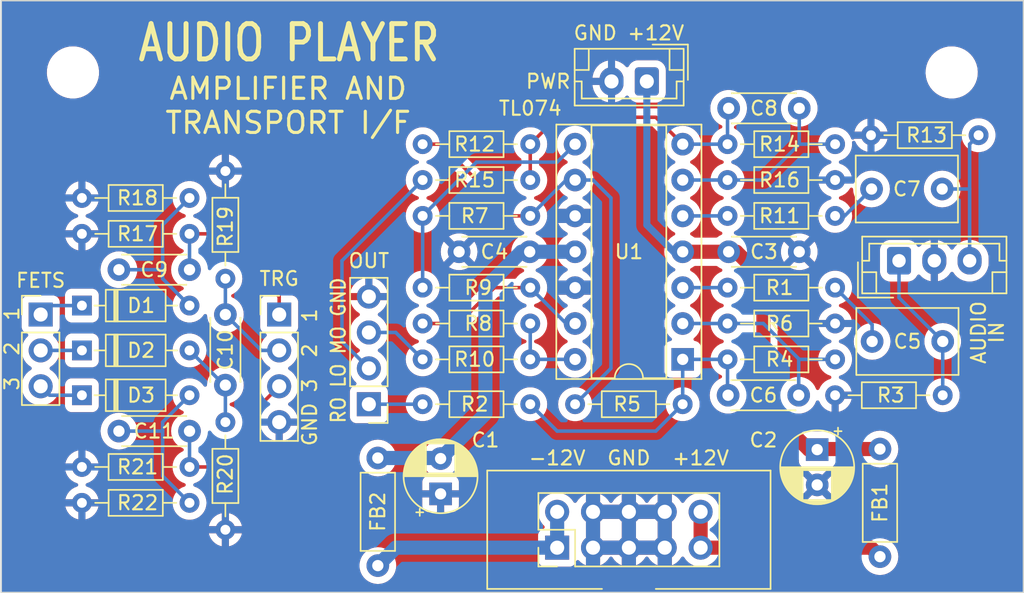
<source format=kicad_pcb>
(kicad_pcb (version 20221018) (generator pcbnew)
  (layers (0 "F.Cu" signal) (31 "B.Cu" signal) (34 "B.Paste" user) (35 "F.Paste" user) (36 "B.SilkS" user "B.Silkscreen") (37 "F.SilkS" user "F.Silkscreen") (38 "B.Mask" user) (39 "F.Mask" user) (44 "Edge.Cuts" user))
  (net 0 "")
  (net 1 "GND")
  (net 2 "-12V")
  (net 3 "+12V")
  (net 4 "R_IN")
  (net 5 "Net-(C5-Pad2)")
  (net 6 "Net-(U1A--)")
  (net 7 "Net-(C6-Pad2)")
  (net 8 "L_IN")
  (net 9 "Net-(C7-Pad2)")
  (net 10 "Net-(U1B--)")
  (net 11 "Net-(C8-Pad2)")
  (net 12 "Net-(J4-Pin_1)")
  (net 13 "Net-(D1-A)")
  (net 14 "Net-(J4-Pin_2)")
  (net 15 "Net-(D2-A)")
  (net 16 "Net-(J4-Pin_3)")
  (net 17 "Net-(D3-A)")
  (net 18 "Net-(D1-K)")
  (net 19 "Net-(D2-K)")
  (net 20 "Net-(D3-K)")
  (net 21 "Net-(J1-Pin_10)")
  (net 22 "Net-(J1-Pin_1)")
  (net 23 "R_OUT")
  (net 24 "L_OUT")
  (net 25 "MONO")
  (net 26 "Net-(U1A-+)")
  (net 27 "Net-(U1C--)")
  (net 28 "Net-(R7-Pad1)")
  (net 29 "Net-(R10-Pad2)")
  (net 30 "Net-(U1D--)")
  (net 31 "Net-(U1B-+)")
  (footprint "CGE_footprints:R_Axial_DIN0204_L3.6mm_D1.6mm_P7.62mm_Horizontal" (layer "F.Cu") (at 191.135 83.82)
    (fp_text reference "R1" (at 3.683 0) (layer "F.SilkS"))
    (fp_text value "27k")
    (pad "1" thru_hole circle (at 0 0) (size 1.4 1.4) (drill 0.7) (layers "*.Cu" "*.Mask") (net 26 "Net-(U1A-+)"))
    (pad "2" thru_hole oval (at 7.62 0) (size 1.4 1.4) (drill 0.7) (layers "*.Cu" "*.Mask") (net 5 "Net-(C5-Pad2)"))
  )
  (footprint "Inductor_THT:L_Axial_L5.3mm_D2.2mm_P7.62mm_Horizontal_Vishay_IM-1" (layer "F.Cu") (at 166.37 95.885 -90)
    (fp_text reference "FB2" (at 3.81 0 90) (layer "F.SilkS"))
    (fp_text value "FB")
    (pad "1" thru_hole circle (at 0 0 270) (size 1.6 1.6) (drill 0.8) (layers "*.Cu" "*.Mask") (net 2 "-12V"))
    (pad "2" thru_hole oval (at 7.62 0 270) (size 1.6 1.6) (drill 0.8) (layers "*.Cu" "*.Mask") (net 22 "Net-(J1-Pin_1)"))
  )
  (footprint "CGE_footprints:C_Disc_D4.3mm_W1.9mm_P5.00mm" (layer "F.Cu") (at 196.215 71.12 180)
    (fp_text reference "C8" (at 2.5 0) (layer "F.SilkS"))
    (fp_text value "12p")
    (pad "1" thru_hole circle (at 0 0 180) (size 1.6 1.6) (drill 0.8) (layers "*.Cu" "*.Mask") (net 10 "Net-(U1B--)"))
    (pad "2" thru_hole circle (at 5 0 180) (size 1.6 1.6) (drill 0.8) (layers "*.Cu" "*.Mask") (net 11 "Net-(C8-Pad2)"))
  )
  (footprint "CGE_footprints:Power_2x05" (layer "F.Cu") (at 189.23 99.695 -90)
    (fp_text reference "J1" hide)
    (fp_text value "POWER")
    (fp_text user "GND" (at -3.81 5.08 unlocked) (layer "F.SilkS"))
    (fp_text user "+12V" (at -3.81 0 unlocked) (layer "F.SilkS"))
    (fp_text user "-12V" (at -3.81 10.16 unlocked) (layer "F.SilkS"))
    (pad "1" thru_hole rect (at 2.54 10.16 90) (size 1.7 1.7) (drill 1) (layers "*.Cu" "*.Mask") (net 22 "Net-(J1-Pin_1)"))
    (pad "2" thru_hole oval (at 0 10.16 90) (size 1.7 1.7) (drill 1) (layers "*.Cu" "*.Mask") (net 22 "Net-(J1-Pin_1)"))
    (pad "3" thru_hole oval (at 2.54 7.62 90) (size 1.7 1.7) (drill 1) (layers "*.Cu" "*.Mask") (net 1 "GND") (thermal_bridge_width 1))
    (pad "4" thru_hole oval (at 0 7.62 90) (size 1.7 1.7) (drill 1) (layers "*.Cu" "*.Mask") (net 1 "GND") (thermal_bridge_width 1))
    (pad "5" thru_hole oval (at 2.54 5.08 90) (size 1.7 1.7) (drill 1) (layers "*.Cu" "*.Mask") (net 1 "GND") (thermal_bridge_width 1))
    (pad "6" thru_hole oval (at 0 5.08 90) (size 1.7 1.7) (drill 1) (layers "*.Cu" "*.Mask") (net 1 "GND") (thermal_bridge_width 1))
    (pad "7" thru_hole oval (at 2.54 2.54 90) (size 1.7 1.7) (drill 1) (layers "*.Cu" "*.Mask") (net 1 "GND") (thermal_bridge_width 1))
    (pad "8" thru_hole oval (at 0 2.54 90) (size 1.7 1.7) (drill 1) (layers "*.Cu" "*.Mask") (net 1 "GND") (thermal_bridge_width 1))
    (pad "9" thru_hole oval (at 2.54 0 90) (size 1.7 1.7) (drill 1) (layers "*.Cu" "*.Mask") (net 21 "Net-(J1-Pin_10)"))
    (pad "10" thru_hole oval (at 0 0 90) (size 1.7 1.7) (drill 1) (layers "*.Cu" "*.Mask") (net 21 "Net-(J1-Pin_10)"))
  )
  (footprint "Capacitor_THT:CP_Radial_D5.0mm_P2.50mm" (layer "F.Cu") (at 170.815 98.425 90)
    (fp_text reference "C1" (at 3.81 3.175 180) (layer "F.SilkS"))
    (fp_text value "10u")
    (pad "1" thru_hole rect (at 0 0 90) (size 1.6 1.6) (drill 0.8) (layers "*.Cu" "*.Mask") (net 1 "GND"))
    (pad "2" thru_hole circle (at 2.5 0 90) (size 1.6 1.6) (drill 0.8) (layers "*.Cu" "*.Mask") (net 2 "-12V"))
  )
  (footprint "Connector_PinHeader_2.54mm:PinHeader_1x04_P2.54mm_Vertical" (layer "F.Cu") (at 159.385 85.725)
    (fp_text reference "J4" hide)
    (fp_text value "TRG_IN")
    (fp_text user "TRG" (at 0 -2.54 unlocked) (layer "F.SilkS"))
    (fp_text user "GND 3  2  1" (at 2.159 4.445 90 unlocked) (layer "F.SilkS"))
    (pad "1" thru_hole rect (at 0 0) (size 1.7 1.7) (drill 1) (layers "*.Cu" "*.Mask") (net 12 "Net-(J4-Pin_1)"))
    (pad "2" thru_hole oval (at 0 2.54) (size 1.7 1.7) (drill 1) (layers "*.Cu" "*.Mask") (net 14 "Net-(J4-Pin_2)"))
    (pad "3" thru_hole oval (at 0 5.08) (size 1.7 1.7) (drill 1) (layers "*.Cu" "*.Mask") (net 16 "Net-(J4-Pin_3)"))
    (pad "4" thru_hole oval (at 0 7.62) (size 1.7 1.7) (drill 1) (layers "*.Cu" "*.Mask") (net 1 "GND"))
  )
  (footprint "CGE_footprints:R_Axial_DIN0204_L3.6mm_D1.6mm_P7.62mm_Horizontal" (layer "F.Cu") (at 169.545 78.74)
    (fp_text reference "R7" (at 3.683 0) (layer "F.SilkS"))
    (fp_text value "75k")
    (pad "1" thru_hole circle (at 0 0) (size 1.4 1.4) (drill 0.7) (layers "*.Cu" "*.Mask") (net 28 "Net-(R7-Pad1)"))
    (pad "2" thru_hole oval (at 7.62 0) (size 1.4 1.4) (drill 0.7) (layers "*.Cu" "*.Mask") (net 27 "Net-(U1C--)"))
  )
  (footprint "Package_DIP:DIP-14_W7.62mm_Socket" (layer "F.Cu") (at 187.96 88.9 180)
    (fp_text reference "U1" (at 3.81 7.62) (layer "F.SilkS"))
    (fp_text value "TL074")
    (fp_text user "TL074" (at 10.795 17.78 unlocked) (layer "F.SilkS"))
    (pad "1" thru_hole rect (at 0 0 180) (size 1.6 1.6) (drill 0.8) (layers "*.Cu" "*.Mask") (net 7 "Net-(C6-Pad2)"))
    (pad "2" thru_hole oval (at 0 2.54 180) (size 1.6 1.6) (drill 0.8) (layers "*.Cu" "*.Mask") (net 6 "Net-(U1A--)"))
    (pad "3" thru_hole oval (at 0 5.08 180) (size 1.6 1.6) (drill 0.8) (layers "*.Cu" "*.Mask") (net 26 "Net-(U1A-+)"))
    (pad "4" thru_hole oval (at 0 7.62 180) (size 1.6 1.6) (drill 0.8) (layers "*.Cu" "*.Mask") (net 3 "+12V"))
    (pad "5" thru_hole oval (at 0 10.16 180) (size 1.6 1.6) (drill 0.8) (layers "*.Cu" "*.Mask") (net 31 "Net-(U1B-+)"))
    (pad "6" thru_hole oval (at 0 12.7 180) (size 1.6 1.6) (drill 0.8) (layers "*.Cu" "*.Mask") (net 10 "Net-(U1B--)"))
    (pad "7" thru_hole oval (at 0 15.24 180) (size 1.6 1.6) (drill 0.8) (layers "*.Cu" "*.Mask") (net 11 "Net-(C8-Pad2)"))
    (pad "8" thru_hole oval (at 7.62 15.24 180) (size 1.6 1.6) (drill 0.8) (layers "*.Cu" "*.Mask") (net 28 "Net-(R7-Pad1)"))
    (pad "9" thru_hole oval (at 7.62 12.7 180) (size 1.6 1.6) (drill 0.8) (layers "*.Cu" "*.Mask") (net 27 "Net-(U1C--)"))
    (pad "10" thru_hole oval (at 7.62 10.16 180) (size 1.6 1.6) (drill 0.8) (layers "*.Cu" "*.Mask") (net 1 "GND") (thermal_bridge_width 1))
    (pad "11" thru_hole oval (at 7.62 7.62 180) (size 1.6 1.6) (drill 0.8) (layers "*.Cu" "*.Mask") (net 2 "-12V"))
    (pad "12" thru_hole oval (at 7.62 5.08 180) (size 1.6 1.6) (drill 0.8) (layers "*.Cu" "*.Mask") (net 1 "GND") (thermal_bridge_width 1))
    (pad "13" thru_hole oval (at 7.62 2.54 180) (size 1.6 1.6) (drill 0.8) (layers "*.Cu" "*.Mask") (net 30 "Net-(U1D--)"))
    (pad "14" thru_hole oval (at 7.62 0 180) (size 1.6 1.6) (drill 0.8) (layers "*.Cu" "*.Mask") (net 29 "Net-(R10-Pad2)"))
  )
  (footprint "CGE_footprints:D_DO-35_SOD27_P7.62mm_Horizontal" (layer "F.Cu") (at 145.415 85.09)
    (fp_text reference "D1" (at 4.191 0) (layer "F.SilkS"))
    (fp_text value "BAT43")
    (pad "1" thru_hole rect (at 0 0) (size 1.4 1.4) (drill 0.7) (layers "*.Cu" "*.Mask") (net 18 "Net-(D1-K)"))
    (pad "2" thru_hole circle (at 7.62 0) (size 1.4 1.4) (drill 0.7) (layers "*.Cu" "*.Mask") (net 13 "Net-(D1-A)"))
  )
  (footprint "CGE_footprints:R_Axial_DIN0204_L3.6mm_D1.6mm_P7.62mm_Horizontal" (layer "F.Cu") (at 191.135 73.66)
    (fp_text reference "R14" (at 3.683 0) (layer "F.SilkS"))
    (fp_text value "100k")
    (pad "1" thru_hole circle (at 0 0) (size 1.4 1.4) (drill 0.7) (layers "*.Cu" "*.Mask") (net 11 "Net-(C8-Pad2)"))
    (pad "2" thru_hole oval (at 7.62 0) (size 1.4 1.4) (drill 0.7) (layers "*.Cu" "*.Mask") (net 10 "Net-(U1B--)"))
  )
  (footprint "CGE_footprints:C_Disc_D4.3mm_W1.9mm_P5.00mm" (layer "F.Cu") (at 155.575 85.725 -90)
    (fp_text reference "C10" (at 2.5 0 90) (layer "F.SilkS"))
    (fp_text value "470n")
    (pad "1" thru_hole circle (at 0 0 270) (size 1.6 1.6) (drill 0.8) (layers "*.Cu" "*.Mask") (net 14 "Net-(J4-Pin_2)"))
    (pad "2" thru_hole circle (at 5 0 270) (size 1.6 1.6) (drill 0.8) (layers "*.Cu" "*.Mask") (net 15 "Net-(D2-A)"))
  )
  (footprint "CGE_footprints:R_Axial_DIN0204_L3.6mm_D1.6mm_P7.62mm_Horizontal" (layer "F.Cu") (at 191.135 76.2)
    (fp_text reference "R16" (at 3.683 0) (layer "F.SilkS"))
    (fp_text value "7k5")
    (pad "1" thru_hole circle (at 0 0) (size 1.4 1.4) (drill 0.7) (layers "*.Cu" "*.Mask") (net 10 "Net-(U1B--)"))
    (pad "2" thru_hole oval (at 7.62 0) (size 1.4 1.4) (drill 0.7) (layers "*.Cu" "*.Mask") (net 1 "GND"))
  )
  (footprint "Capacitor_THT:C_Rect_L7.0mm_W4.5mm_P5.00mm" (layer "F.Cu") (at 206.335 76.835 180)
    (fp_text reference "C7" (at 2.5 0) (layer "F.SilkS"))
    (fp_text value "1u")
    (pad "1" thru_hole circle (at 0 0 180) (size 1.6 1.6) (drill 0.8) (layers "*.Cu" "*.Mask") (net 8 "L_IN"))
    (pad "2" thru_hole circle (at 5 0 180) (size 1.6 1.6) (drill 0.8) (layers "*.Cu" "*.Mask") (net 9 "Net-(C7-Pad2)"))
  )
  (footprint "Capacitor_THT:CP_Radial_D5.0mm_P2.50mm" (layer "F.Cu") (at 197.485 95.29 -90)
    (fp_text reference "C2" (at -0.675 3.81 -180) (layer "F.SilkS"))
    (fp_text value "10u")
    (pad "1" thru_hole rect (at 0 0 270) (size 1.6 1.6) (drill 0.8) (layers "*.Cu" "*.Mask") (net 3 "+12V"))
    (pad "2" thru_hole circle (at 2.5 0 270) (size 1.6 1.6) (drill 0.8) (layers "*.Cu" "*.Mask") (net 1 "GND"))
  )
  (footprint "CGE_footprints:R_Axial_DIN0204_L3.6mm_D1.6mm_P7.62mm_Horizontal" (layer "F.Cu") (at 206.375 91.44 180)
    (fp_text reference "R3" (at 3.683 0) (layer "F.SilkS"))
    (fp_text value "22k")
    (pad "1" thru_hole circle (at 0 0 180) (size 1.4 1.4) (drill 0.7) (layers "*.Cu" "*.Mask") (net 4 "R_IN"))
    (pad "2" thru_hole oval (at 7.62 0 180) (size 1.4 1.4) (drill 0.7) (layers "*.Cu" "*.Mask") (net 1 "GND"))
  )
  (footprint "Capacitor_THT:C_Rect_L7.0mm_W4.5mm_P5.00mm" (layer "F.Cu") (at 206.375 87.63 180)
    (fp_text reference "C5" (at 2.5 0) (layer "F.SilkS"))
    (fp_text value "1u")
    (pad "1" thru_hole circle (at 0 0 180) (size 1.6 1.6) (drill 0.8) (layers "*.Cu" "*.Mask") (net 4 "R_IN"))
    (pad "2" thru_hole circle (at 5 0 180) (size 1.6 1.6) (drill 0.8) (layers "*.Cu" "*.Mask") (net 5 "Net-(C5-Pad2)"))
  )
  (footprint "CGE_footprints:R_Axial_DIN0204_L3.6mm_D1.6mm_P7.62mm_Horizontal" (layer "F.Cu") (at 177.165 86.36 180)
    (fp_text reference "R8" (at 3.683 0) (layer "F.SilkS"))
    (fp_text value "100k")
    (pad "1" thru_hole circle (at 0 0 180) (size 1.4 1.4) (drill 0.7) (layers "*.Cu" "*.Mask") (net 29 "Net-(R10-Pad2)"))
    (pad "2" thru_hole oval (at 7.62 0 180) (size 1.4 1.4) (drill 0.7) (layers "*.Cu" "*.Mask") (net 30 "Net-(U1D--)"))
  )
  (footprint "CGE_footprints:R_Axial_DIN0204_L3.6mm_D1.6mm_P7.62mm_Horizontal" (layer "F.Cu") (at 155.575 83.185 90)
    (fp_text reference "R19" (at 3.683 0 90) (layer "F.SilkS"))
    (fp_text value "100k")
    (pad "1" thru_hole circle (at 0 0 90) (size 1.4 1.4) (drill 0.7) (layers "*.Cu" "*.Mask") (net 14 "Net-(J4-Pin_2)"))
    (pad "2" thru_hole oval (at 7.62 0 90) (size 1.4 1.4) (drill 0.7) (layers "*.Cu" "*.Mask") (net 1 "GND"))
  )
  (footprint "CGE_footprints:C_Disc_D4.3mm_W1.9mm_P5.00mm" (layer "F.Cu") (at 172.125 81.28)
    (fp_text reference "C4" (at 2.5 0) (layer "F.SilkS"))
    (fp_text value "100n")
    (pad "1" thru_hole circle (at 0 0) (size 1.6 1.6) (drill 0.8) (layers "*.Cu" "*.Mask") (net 1 "GND"))
    (pad "2" thru_hole circle (at 5 0) (size 1.6 1.6) (drill 0.8) (layers "*.Cu" "*.Mask") (net 2 "-12V"))
  )
  (footprint "Connector_JST:JST_EH_B3B-EH-A_1x03_P2.50mm_Vertical" (layer "F.Cu") (at 203.28 81.915)
    (fp_text reference "J2" hide)
    (fp_text value "IN")
    (fp_text user "IN" (at 6.905 5.08 90 unlocked) (layer "F.SilkS"))
    (fp_text user "AUDIO" (at 5.635 5.08 90 unlocked) (layer "F.SilkS"))
    (pad "1" thru_hole roundrect (at 0 0) (size 1.7 1.95) (drill 0.95) (layers "*.Cu" "*.Mask") (roundrect_rratio 0.147059) (net 4 "R_IN"))
    (pad "2" thru_hole oval (at 2.5 0) (size 1.7 1.95) (drill 0.95) (layers "*.Cu" "*.Mask") (net 1 "GND"))
    (pad "3" thru_hole oval (at 5 0) (size 1.7 1.95) (drill 0.95) (layers "*.Cu" "*.Mask") (net 8 "L_IN"))
  )
  (footprint "CGE_footprints:R_Axial_DIN0204_L3.6mm_D1.6mm_P7.62mm_Horizontal" (layer "F.Cu") (at 191.135 86.36)
    (fp_text reference "R6" (at 3.683 0) (layer "F.SilkS"))
    (fp_text value "7k5")
    (pad "1" thru_hole circle (at 0 0) (size 1.4 1.4) (drill 0.7) (layers "*.Cu" "*.Mask") (net 6 "Net-(U1A--)"))
    (pad "2" thru_hole oval (at 7.62 0) (size 1.4 1.4) (drill 0.7) (layers "*.Cu" "*.Mask") (net 1 "GND"))
  )
  (footprint "MountingHole:MountingHole_3.2mm_M3" (layer "F.Cu") (at 144.78 68.58)
    (fp_text reference "REF**" hide)
    (fp_text value "3.2mm")
    (pad "" np_thru_hole circle (at 0 0) (size 3.2 3.2) (drill 3.2) (layers "*.Cu" "*.Mask"))
  )
  (footprint "CGE_footprints:C_Disc_D4.3mm_W1.9mm_P5.00mm" (layer "F.Cu") (at 196.175 91.44 180)
    (fp_text reference "C6" (at 2.5 0) (layer "F.SilkS"))
    (fp_text value "12p")
    (pad "1" thru_hole circle (at 0 0 180) (size 1.6 1.6) (drill 0.8) (layers "*.Cu" "*.Mask") (net 6 "Net-(U1A--)"))
    (pad "2" thru_hole circle (at 5 0 180) (size 1.6 1.6) (drill 0.8) (layers "*.Cu" "*.Mask") (net 7 "Net-(C6-Pad2)"))
  )
  (footprint "CGE_footprints:R_Axial_DIN0204_L3.6mm_D1.6mm_P7.62mm_Horizontal" (layer "F.Cu") (at 177.165 83.82 180)
    (fp_text reference "R9" (at 3.683 0) (layer "F.SilkS"))
    (fp_text value "100k")
    (pad "1" thru_hole circle (at 0 0 180) (size 1.4 1.4) (drill 0.7) (layers "*.Cu" "*.Mask") (net 30 "Net-(U1D--)"))
    (pad "2" thru_hole oval (at 7.62 0 180) (size 1.4 1.4) (drill 0.7) (layers "*.Cu" "*.Mask") (net 28 "Net-(R7-Pad1)"))
  )
  (footprint "CGE_footprints:D_DO-35_SOD27_P7.62mm_Horizontal" (layer "F.Cu") (at 145.415 88.265)
    (fp_text reference "D2" (at 4.191 0) (layer "F.SilkS"))
    (fp_text value "BAT43")
    (pad "1" thru_hole rect (at 0 0) (size 1.4 1.4) (drill 0.7) (layers "*.Cu" "*.Mask") (net 19 "Net-(D2-K)"))
    (pad "2" thru_hole circle (at 7.62 0) (size 1.4 1.4) (drill 0.7) (layers "*.Cu" "*.Mask") (net 15 "Net-(D2-A)"))
  )
  (footprint "CGE_footprints:R_Axial_DIN0204_L3.6mm_D1.6mm_P7.62mm_Horizontal" (layer "F.Cu") (at 153.035 99.06 180)
    (fp_text reference "R22" (at 3.683 0) (layer "F.SilkS"))
    (fp_text value "180k")
    (pad "1" thru_hole circle (at 0 0 180) (size 1.4 1.4) (drill 0.7) (layers "*.Cu" "*.Mask") (net 17 "Net-(D3-A)"))
    (pad "2" thru_hole oval (at 7.62 0 180) (size 1.4 1.4) (drill 0.7) (layers "*.Cu" "*.Mask") (net 1 "GND"))
  )
  (footprint "CGE_footprints:D_DO-35_SOD27_P7.62mm_Horizontal" (layer "F.Cu") (at 145.415 91.44)
    (fp_text reference "D3" (at 4.191 0) (layer "F.SilkS"))
    (fp_text value "BAT43")
    (pad "1" thru_hole rect (at 0 0) (size 1.4 1.4) (drill 0.7) (layers "*.Cu" "*.Mask") (net 20 "Net-(D3-K)"))
    (pad "2" thru_hole circle (at 7.62 0) (size 1.4 1.4) (drill 0.7) (layers "*.Cu" "*.Mask") (net 17 "Net-(D3-A)"))
  )
  (footprint "Connector_JST:JST_EH_B2B-EH-A_1x02_P2.50mm_Vertical" (layer "F.Cu") (at 185.42 69.215 180)
    (fp_text reference "J6" hide)
    (fp_text value "PWR")
    (fp_text user "GND +12V" (at 1.27 3.429 unlocked) (layer "F.SilkS"))
    (fp_text user "PWR" (at 6.985 0 unlocked) (layer "F.SilkS"))
    (pad "1" thru_hole roundrect (at 0 0 180) (size 1.7 2) (drill 1) (layers "*.Cu" "*.Mask") (roundrect_rratio 0.147059) (net 3 "+12V"))
    (pad "2" thru_hole oval (at 2.5 0 180) (size 1.7 2) (drill 1) (layers "*.Cu" "*.Mask") (net 1 "GND"))
  )
  (footprint "CGE_footprints:C_Disc_D4.3mm_W1.9mm_P5.00mm" (layer "F.Cu") (at 196.215 81.28 180)
    (fp_text reference "C3" (at 2.5 0) (layer "F.SilkS"))
    (fp_text value "100n")
    (pad "1" thru_hole circle (at 0 0 180) (size 1.6 1.6) (drill 0.8) (layers "*.Cu" "*.Mask") (net 1 "GND"))
    (pad "2" thru_hole circle (at 5 0 180) (size 1.6 1.6) (drill 0.8) (layers "*.Cu" "*.Mask") (net 3 "+12V"))
  )
  (footprint "CGE_footprints:R_Axial_DIN0204_L3.6mm_D1.6mm_P7.62mm_Horizontal" (layer "F.Cu") (at 155.575 93.345 -90)
    (fp_text reference "R20" (at 3.683 0 90) (layer "F.SilkS"))
    (fp_text value "180k")
    (pad "1" thru_hole circle (at 0 0 270) (size 1.4 1.4) (drill 0.7) (layers "*.Cu" "*.Mask") (net 15 "Net-(D2-A)"))
    (pad "2" thru_hole oval (at 7.62 0 270) (size 1.4 1.4) (drill 0.7) (layers "*.Cu" "*.Mask") (net 1 "GND"))
  )
  (footprint "CGE_footprints:R_Axial_DIN0204_L3.6mm_D1.6mm_P7.62mm_Horizontal" (layer "F.Cu") (at 169.545 92.075)
    (fp_text reference "R2" (at 3.683 0) (layer "F.SilkS"))
    (fp_text value "1k")
    (pad "1" thru_hole circle (at 0 0) (size 1.4 1.4) (drill 0.7) (layers "*.Cu" "*.Mask") (net 23 "R_OUT"))
    (pad "2" thru_hole oval (at 7.62 0) (size 1.4 1.4) (drill 0.7) (layers "*.Cu" "*.Mask") (net 7 "Net-(C6-Pad2)"))
  )
  (footprint "Connector_PinHeader_2.54mm:PinHeader_1x04_P2.54mm_Vertical" (layer "F.Cu") (at 165.735 92.075 180)
    (fp_text reference "J3" hide)
    (fp_text value "OUT")
    (fp_text user "RO LO MO GND" (at 2.159 3.81 90 unlocked) (layer "F.SilkS") (effects (font (size 1 0.9))))
    (fp_text user "OUT" (at 0 10.16 unlocked) (layer "F.SilkS"))
    (pad "1" thru_hole rect (at 0 0 180) (size 1.7 1.7) (drill 1) (layers "*.Cu" "*.Mask") (net 23 "R_OUT"))
    (pad "2" thru_hole oval (at 0 2.54 180) (size 1.7 1.7) (drill 1) (layers "*.Cu" "*.Mask") (net 24 "L_OUT"))
    (pad "3" thru_hole oval (at 0 5.08 180) (size 1.7 1.7) (drill 1) (layers "*.Cu" "*.Mask") (net 25 "MONO"))
    (pad "4" thru_hole oval (at 0 7.62 180) (size 1.7 1.7) (drill 1) (layers "*.Cu" "*.Mask") (net 1 "GND"))
  )
  (footprint "CGE_footprints:R_Axial_DIN0204_L3.6mm_D1.6mm_P7.62mm_Horizontal" (layer "F.Cu") (at 169.545 88.9)
    (fp_text reference "R10" (at 3.683 0) (layer "F.SilkS"))
    (fp_text value "1k")
    (pad "1" thru_hole circle (at 0 0) (size 1.4 1.4) (drill 0.7) (layers "*.Cu" "*.Mask") (net 25 "MONO"))
    (pad "2" thru_hole oval (at 7.62 0) (size 1.4 1.4) (drill 0.7) (layers "*.Cu" "*.Mask") (net 29 "Net-(R10-Pad2)"))
  )
  (footprint "Inductor_THT:L_Axial_L5.3mm_D2.2mm_P7.62mm_Horizontal_Vishay_IM-1" (layer "F.Cu") (at 201.93 95.25 -90)
    (fp_text reference "FB1" (at 3.81 0 90) (layer "F.SilkS"))
    (fp_text value "FB")
    (pad "1" thru_hole circle (at 0 0 270) (size 1.6 1.6) (drill 0.8) (layers "*.Cu" "*.Mask") (net 3 "+12V"))
    (pad "2" thru_hole oval (at 7.62 0 270) (size 1.6 1.6) (drill 0.8) (layers "*.Cu" "*.Mask") (net 21 "Net-(J1-Pin_10)"))
  )
  (footprint "CGE_footprints:C_Disc_D4.3mm_W1.9mm_P5.00mm" (layer "F.Cu") (at 153.035 82.55 180)
    (fp_text reference "C9" (at 2.5 0) (layer "F.SilkS"))
    (fp_text value "470n")
    (pad "1" thru_hole circle (at 0 0 180) (size 1.6 1.6) (drill 0.8) (layers "*.Cu" "*.Mask") (net 12 "Net-(J4-Pin_1)"))
    (pad "2" thru_hole circle (at 5 0 180) (size 1.6 1.6) (drill 0.8) (layers "*.Cu" "*.Mask") (net 13 "Net-(D1-A)"))
  )
  (footprint "CGE_footprints:R_Axial_DIN0204_L3.6mm_D1.6mm_P7.62mm_Horizontal" (layer "F.Cu") (at 191.135 78.74)
    (fp_text reference "R11" (at 3.683 0) (layer "F.SilkS"))
    (fp_text value "27k")
    (pad "1" thru_hole circle (at 0 0) (size 1.4 1.4) (drill 0.7) (layers "*.Cu" "*.Mask") (net 31 "Net-(U1B-+)"))
    (pad "2" thru_hole oval (at 7.62 0) (size 1.4 1.4) (drill 0.7) (layers "*.Cu" "*.Mask") (net 9 "Net-(C7-Pad2)"))
  )
  (footprint "CGE_footprints:R_Axial_DIN0204_L3.6mm_D1.6mm_P7.62mm_Horizontal" (layer "F.Cu") (at 208.915 73.025 180)
    (fp_text reference "R13" (at 3.683 0) (layer "F.SilkS"))
    (fp_text value "22k")
    (pad "1" thru_hole circle (at 0 0 180) (size 1.4 1.4) (drill 0.7) (layers "*.Cu" "*.Mask") (net 8 "L_IN"))
    (pad "2" thru_hole oval (at 7.62 0 180) (size 1.4 1.4) (drill 0.7) (layers "*.Cu" "*.Mask") (net 1 "GND"))
  )
  (footprint "MountingHole:MountingHole_3.2mm_M3" (layer "F.Cu") (at 207.01 68.58)
    (fp_text reference "REF**" hide)
    (fp_text value "3.2mm")
    (pad "" np_thru_hole circle (at 0 0) (size 3.2 3.2) (drill 3.2) (layers "*.Cu" "*.Mask"))
  )
  (footprint "Connector_PinHeader_2.54mm:PinHeader_1x03_P2.54mm_Vertical" (layer "F.Cu") (at 142.494 85.725)
    (fp_text reference "J5" hide)
    (fp_text value "FET_GATES")
    (fp_text user "FETS" (at 0 -2.413 unlocked) (layer "F.SilkS"))
    (fp_text user "3  2  1" (at -2.032 2.413 90 unlocked) (layer "F.SilkS"))
    (pad "1" thru_hole rect (at 0 0) (size 1.7 1.7) (drill 1) (layers "*.Cu" "*.Mask") (net 18 "Net-(D1-K)"))
    (pad "2" thru_hole oval (at 0 2.54) (size 1.7 1.7) (drill 1) (layers "*.Cu" "*.Mask") (net 19 "Net-(D2-K)"))
    (pad "3" thru_hole oval (at 0 5.08) (size 1.7 1.7) (drill 1) (layers "*.Cu" "*.Mask") (net 20 "Net-(D3-K)"))
  )
  (footprint "CGE_footprints:R_Axial_DIN0204_L3.6mm_D1.6mm_P7.62mm_Horizontal" (layer "F.Cu") (at 153.035 77.47 180)
    (fp_text reference "R18" (at 3.683 0) (layer "F.SilkS"))
    (fp_text value "180k")
    (pad "1" thru_hole circle (at 0 0 180) (size 1.4 1.4) (drill 0.7) (layers "*.Cu" "*.Mask") (net 13 "Net-(D1-A)"))
    (pad "2" thru_hole oval (at 7.62 0 180) (size 1.4 1.4) (drill 0.7) (layers "*.Cu" "*.Mask") (net 1 "GND"))
  )
  (footprint "CGE_footprints:R_Axial_DIN0204_L3.6mm_D1.6mm_P7.62mm_Horizontal" (layer "F.Cu") (at 169.545 76.2)
    (fp_text reference "R15" (at 3.683 0) (layer "F.SilkS"))
    (fp_text value "1k")
    (pad "1" thru_hole circle (at 0 0) (size 1.4 1.4) (drill 0.7) (layers "*.Cu" "*.Mask") (net 24 "L_OUT"))
    (pad "2" thru_hole oval (at 7.62 0) (size 1.4 1.4) (drill 0.7) (layers "*.Cu" "*.Mask") (net 11 "Net-(C8-Pad2)"))
  )
  (footprint "CGE_footprints:R_Axial_DIN0204_L3.6mm_D1.6mm_P7.62mm_Horizontal" (layer "F.Cu") (at 153.035 96.52 180)
    (fp_text reference "R21" (at 3.683 0) (layer "F.SilkS"))
    (fp_text value "100k")
    (pad "1" thru_hole circle (at 0 0 180) (size 1.4 1.4) (drill 0.7) (layers "*.Cu" "*.Mask") (net 16 "Net-(J4-Pin_3)"))
    (pad "2" thru_hole oval (at 7.62 0 180) (size 1.4 1.4) (drill 0.7) (layers "*.Cu" "*.Mask") (net 1 "GND"))
  )
  (footprint "CGE_footprints:C_Disc_D4.3mm_W1.9mm_P5.00mm" (layer "F.Cu") (at 153.035 93.98 180)
    (fp_text reference "C11" (at 2.5 0) (layer "F.SilkS"))
    (fp_text value "470n")
    (pad "1" thru_hole circle (at 0 0 180) (size 1.6 1.6) (drill 0.8) (layers "*.Cu" "*.Mask") (net 16 "Net-(J4-Pin_3)"))
    (pad "2" thru_hole circle (at 5 0 180) (size 1.6 1.6) (drill 0.8) (layers "*.Cu" "*.Mask") (net 17 "Net-(D3-A)"))
  )
  (footprint "CGE_footprints:R_Axial_DIN0204_L3.6mm_D1.6mm_P7.62mm_Horizontal" (layer "F.Cu") (at 153.035 80.01 180)
    (fp_text reference "R17" (at 3.683 0) (layer "F.SilkS"))
    (fp_text value "100k")
    (pad "1" thru_hole circle (at 0 0 180) (size 1.4 1.4) (drill 0.7) (layers "*.Cu" "*.Mask") (net 12 "Net-(J4-Pin_1)"))
    (pad "2" thru_hole oval (at 7.62 0 180) (size 1.4 1.4) (drill 0.7) (layers "*.Cu" "*.Mask") (net 1 "GND"))
  )
  (footprint "CGE_footprints:R_Axial_DIN0204_L3.6mm_D1.6mm_P7.62mm_Horizontal" (layer "F.Cu") (at 169.545 73.66)
    (fp_text reference "R12" (at 3.683 0) (layer "F.SilkS"))
    (fp_text value "100k")
    (pad "1" thru_hole circle (at 0 0) (size 1.4 1.4) (drill 0.7) (layers "*.Cu" "*.Mask") (net 27 "Net-(U1C--)"))
    (pad "2" thru_hole oval (at 7.62 0) (size 1.4 1.4) (drill 0.7) (layers "*.Cu" "*.Mask") (net 11 "Net-(C8-Pad2)"))
  )
  (footprint "CGE_footprints:R_Axial_DIN0204_L3.6mm_D1.6mm_P7.62mm_Horizontal" (layer "F.Cu") (at 191.135 88.9)
    (fp_text reference "R4" (at 3.683 0) (layer "F.SilkS"))
    (fp_text value "100k")
    (pad "1" thru_hole circle (at 0 0) (size 1.4 1.4) (drill 0.7) (layers "*.Cu" "*.Mask") (net 7 "Net-(C6-Pad2)"))
    (pad "2" thru_hole oval (at 7.62 0) (size 1.4 1.4) (drill 0.7) (layers "*.Cu" "*.Mask") (net 6 "Net-(U1A--)"))
  )
  (footprint "CGE_footprints:R_Axial_DIN0204_L3.6mm_D1.6mm_P7.62mm_Horizontal" (layer "F.Cu") (at 180.34 92.075)
    (fp_text reference "R5" (at 3.683 0) (layer "F.SilkS"))
    (fp_text value "100k")
    (pad "1" thru_hole circle (at 0 0) (size 1.4 1.4) (drill 0.7) (layers "*.Cu" "*.Mask") (net 27 "Net-(U1C--)"))
    (pad "2" thru_hole oval (at 7.62 0) (size 1.4 1.4) (drill 0.7) (layers "*.Cu" "*.Mask") (net 7 "Net-(C6-Pad2)"))
  )
  (gr_rect (start 139.7 63.5) (end 212.09 105.41) (stroke (width 0.1)) (fill none) (layer "Edge.Cuts"))
  (gr_text "AMPLIFIER AND\nTRANSPORT I/F" (at 160.02 73.025) (layer "F.SilkS") (effects (font (size 1.5 1.5) (thickness 0.22)) (justify bottom)))
  (gr_text "AUDIO PLAYER" (at 149.225 67.945) (layer "F.SilkS") (effects (font (size 2.5 2) (thickness 0.35) bold) (justify left bottom)))
  (segment (start 173.99 83.82) (end 176.53 81.28) (width 1) (layer "B.Cu") (net 2))
  (segment (start 170.815 95.925) (end 173.99 92.75) (width 1) (layer "B.Cu") (net 2))
  (segment (start 170.775 95.885) (end 170.815 95.925) (width 1) (layer "B.Cu") (net 2))
  (segment (start 173.99 92.75) (end 173.99 83.82) (width 1) (layer "B.Cu") (net 2))
  (segment (start 166.37 95.885) (end 170.775 95.885) (width 1) (layer "B.Cu") (net 2))
  (segment (start 176.53 81.28) (end 177.125 81.28) (width 1) (layer "B.Cu") (net 2))
  (segment (start 177.125 81.28) (end 180.34 81.28) (width 1) (layer "B.Cu") (net 2))
  (segment (start 196.89 95.29) (end 193.675 92.075) (width 1) (layer "F.Cu") (net 3))
  (segment (start 197.525 95.25) (end 197.485 95.29) (width 1) (layer "F.Cu") (net 3))
  (segment (start 193.675 92.075) (end 193.675 83.185) (width 1) (layer "F.Cu") (net 3))
  (segment (start 197.485 95.29) (end 196.89 95.29) (width 1) (layer "F.Cu") (net 3))
  (segment (start 201.93 95.25) (end 197.525 95.25) (width 1) (layer "F.Cu") (net 3))
  (segment (start 191.215 81.28) (end 187.96 81.28) (width 1) (layer "F.Cu") (net 3))
  (segment (start 193.675 83.185) (end 191.77 81.28) (width 1) (layer "F.Cu") (net 3))
  (segment (start 191.77 81.28) (end 191.215 81.28) (width 1) (layer "F.Cu") (net 3))
  (segment (start 187.325 81.28) (end 185.42 79.375) (width 0.5) (layer "B.Cu") (net 3))
  (segment (start 187.96 81.28) (end 187.325 81.28) (width 0.5) (layer "B.Cu") (net 3))
  (segment (start 185.42 79.375) (end 185.42 69.215) (width 0.5) (layer "B.Cu") (net 3))
  (segment (start 203.28 84.535) (end 206.375 87.63) (width 0.25) (layer "B.Cu") (net 4))
  (segment (start 206.375 87.63) (end 206.375 91.44) (width 0.25) (layer "B.Cu") (net 4))
  (segment (start 203.28 81.915) (end 203.28 84.535) (width 0.25) (layer "B.Cu") (net 4))
  (segment (start 198.755 83.82) (end 201.375 86.44) (width 0.25) (layer "B.Cu") (net 5))
  (segment (start 201.375 86.44) (end 201.375 87.63) (width 0.25) (layer "B.Cu") (net 5))
  (segment (start 196.215 88.9) (end 198.755 88.9) (width 0.25) (layer "B.Cu") (net 6))
  (segment (start 187.96 86.36) (end 191.135 86.36) (width 0.25) (layer "B.Cu") (net 6))
  (segment (start 191.135 86.36) (end 193.675 86.36) (width 0.25) (layer "B.Cu") (net 6))
  (segment (start 193.675 86.36) (end 196.175 88.86) (width 0.25) (layer "B.Cu") (net 6))
  (segment (start 196.175 88.86) (end 196.215 88.9) (width 0.25) (layer "B.Cu") (net 6))
  (segment (start 196.175 88.86) (end 196.175 91.44) (width 0.25) (layer "B.Cu") (net 6))
  (segment (start 191.135 88.9) (end 191.135 91.4) (width 0.25) (layer "B.Cu") (net 7))
  (segment (start 179.07 93.98) (end 186.055 93.98) (width 0.25) (layer "B.Cu") (net 7))
  (segment (start 177.165 92.075) (end 179.07 93.98) (width 0.25) (layer "B.Cu") (net 7))
  (segment (start 187.96 92.075) (end 187.96 88.9) (width 0.25) (layer "B.Cu") (net 7))
  (segment (start 186.055 93.98) (end 187.96 92.075) (width 0.25) (layer "B.Cu") (net 7))
  (segment (start 191.135 91.4) (end 191.175 91.44) (width 0.25) (layer "B.Cu") (net 7))
  (segment (start 187.96 88.9) (end 191.135 88.9) (width 0.25) (layer "B.Cu") (net 7))
  (segment (start 208.28 81.915) (end 208.28 76.835) (width 0.25) (layer "B.Cu") (net 8))
  (segment (start 206.335 76.835) (end 208.28 76.835) (width 0.25) (layer "B.Cu") (net 8))
  (segment (start 208.28 73.66) (end 208.915 73.025) (width 0.25) (layer "B.Cu") (net 8))
  (segment (start 208.28 76.835) (end 208.28 73.66) (width 0.25) (layer "B.Cu") (net 8))
  (segment (start 201.335 76.835) (end 199.43 78.74) (width 0.25) (layer "B.Cu") (net 9))
  (segment (start 199.43 78.74) (end 198.755 78.74) (width 0.25) (layer "B.Cu") (net 9))
  (segment (start 193.675 76.2) (end 196.215 73.66) (width 0.25) (layer "B.Cu") (net 10))
  (segment (start 196.215 73.66) (end 196.215 71.12) (width 0.25) (layer "B.Cu") (net 10))
  (segment (start 196.215 73.66) (end 198.755 73.66) (width 0.25) (layer "B.Cu") (net 10))
  (segment (start 191.135 76.2) (end 193.675 76.2) (width 0.25) (layer "B.Cu") (net 10))
  (segment (start 187.96 76.2) (end 191.135 76.2) (width 0.25) (layer "B.Cu") (net 10))
  (segment (start 177.165 73.66) (end 179.07 71.755) (width 0.25) (layer "F.Cu") (net 11))
  (segment (start 186.055 71.755) (end 187.96 73.66) (width 0.25) (layer "F.Cu") (net 11))
  (segment (start 177.165 76.2) (end 177.165 73.66) (width 0.25) (layer "F.Cu") (net 11))
  (segment (start 179.07 71.755) (end 186.055 71.755) (width 0.25) (layer "F.Cu") (net 11))
  (segment (start 191.135 71.2) (end 191.215 71.12) (width 0.25) (layer "B.Cu") (net 11))
  (segment (start 187.96 73.66) (end 191.135 73.66) (width 0.25) (layer "B.Cu") (net 11))
  (segment (start 191.135 73.66) (end 191.135 71.2) (width 0.25) (layer "B.Cu") (net 11))
  (segment (start 153.035 80.01) (end 154.93 80.01) (width 0.25) (layer "F.Cu") (net 12))
  (segment (start 159.385 84.465) (end 159.385 85.725) (width 0.25) (layer "F.Cu") (net 12))
  (segment (start 154.93 80.01) (end 159.385 84.465) (width 0.25) (layer "F.Cu") (net 12))
  (segment (start 153.035 82.55) (end 153.035 80.01) (width 0.25) (layer "B.Cu") (net 12))
  (segment (start 151.13 83.185) (end 153.035 85.09) (width 0.25) (layer "B.Cu") (net 13))
  (segment (start 153.035 77.47) (end 151.13 79.375) (width 0.25) (layer "B.Cu") (net 13))
  (segment (start 151.13 82.55) (end 151.13 83.185) (width 0.25) (layer "B.Cu") (net 13))
  (segment (start 151.13 79.375) (end 151.13 82.55) (width 0.25) (layer "B.Cu") (net 13))
  (segment (start 148.035 82.55) (end 151.13 82.55) (width 0.25) (layer "B.Cu") (net 13))
  (segment (start 155.575 83.185) (end 155.575 85.725) (width 0.25) (layer "B.Cu") (net 14))
  (segment (start 155.575 85.725) (end 158.115 88.265) (width 0.25) (layer "B.Cu") (net 14))
  (segment (start 158.115 88.265) (end 159.385 88.265) (width 0.25) (layer "B.Cu") (net 14))
  (segment (start 155.495 90.725) (end 155.575 90.725) (width 0.25) (layer "B.Cu") (net 15))
  (segment (start 153.035 88.265) (end 155.495 90.725) (width 0.25) (layer "B.Cu") (net 15))
  (segment (start 155.575 90.725) (end 155.575 93.345) (width 0.25) (layer "B.Cu") (net 15))
  (segment (start 157.48 92.71) (end 159.385 90.805) (width 0.25) (layer "F.Cu") (net 16))
  (segment (start 157.48 93.98) (end 157.48 92.71) (width 0.25) (layer "F.Cu") (net 16))
  (segment (start 153.035 96.52) (end 154.94 96.52) (width 0.25) (layer "F.Cu") (net 16))
  (segment (start 154.94 96.52) (end 157.48 93.98) (width 0.25) (layer "F.Cu") (net 16))
  (segment (start 153.035 93.98) (end 153.035 96.52) (width 0.25) (layer "B.Cu") (net 16))
  (segment (start 151.13 93.345) (end 151.13 93.98) (width 0.25) (layer "B.Cu") (net 17))
  (segment (start 153.035 91.44) (end 151.13 93.345) (width 0.25) (layer "B.Cu") (net 17))
  (segment (start 151.13 97.155) (end 153.035 99.06) (width 0.25) (layer "B.Cu") (net 17))
  (segment (start 151.13 93.98) (end 151.13 97.155) (width 0.25) (layer "B.Cu") (net 17))
  (segment (start 148.035 93.98) (end 151.13 93.98) (width 0.25) (layer "B.Cu") (net 17))
  (segment (start 145.415 85.09) (end 143.129 85.09) (width 0.25) (layer "B.Cu") (net 18))
  (segment (start 143.129 85.09) (end 142.494 85.725) (width 0.25) (layer "B.Cu") (net 18))
  (segment (start 145.415 88.265) (end 142.494 88.265) (width 0.25) (layer "B.Cu") (net 19))
  (segment (start 142.494 90.805) (end 143.129 91.44) (width 0.25) (layer "B.Cu") (net 20))
  (segment (start 143.129 91.44) (end 145.415 91.44) (width 0.25) (layer "B.Cu") (net 20))
  (segment (start 189.23 99.695) (end 189.23 102.235) (width 1) (layer "F.Cu") (net 21))
  (segment (start 201.295 102.235) (end 201.93 102.87) (width 1) (layer "F.Cu") (net 21))
  (segment (start 189.23 102.235) (end 201.295 102.235) (width 1) (layer "F.Cu") (net 21))
  (segment (start 179.07 99.695) (end 179.07 102.235) (width 1) (layer "B.Cu") (net 22))
  (segment (start 167.64 102.235) (end 166.37 103.505) (width 1) (layer "B.Cu") (net 22))
  (segment (start 179.07 102.235) (end 167.64 102.235) (width 1) (layer "B.Cu") (net 22))
  (segment (start 169.545 92.075) (end 165.735 92.075) (width 0.25) (layer "B.Cu") (net 23))
  (segment (start 163.83 87.63) (end 165.735 89.535) (width 0.25) (layer "B.Cu") (net 24))
  (segment (start 169.545 76.2) (end 163.83 81.915) (width 0.25) (layer "B.Cu") (net 24))
  (segment (start 163.83 81.915) (end 163.83 87.63) (width 0.25) (layer "B.Cu") (net 24))
  (segment (start 167.64 86.995) (end 165.735 86.995) (width 0.25) (layer "B.Cu") (net 25))
  (segment (start 169.545 88.9) (end 167.64 86.995) (width 0.25) (layer "B.Cu") (net 25))
  (segment (start 187.96 83.82) (end 191.135 83.82) (width 0.25) (layer "B.Cu") (net 26))
  (segment (start 169.545 73.66) (end 170.815 73.66) (width 0.25) (layer "F.Cu") (net 27))
  (segment (start 175.895 78.74) (end 177.165 78.74) (width 0.25) (layer "F.Cu") (net 27))
  (segment (start 170.815 73.66) (end 175.895 78.74) (width 0.25) (layer "F.Cu") (net 27))
  (segment (start 179.705 76.2) (end 177.165 78.74) (width 0.25) (layer "B.Cu") (net 27))
  (segment (start 180.34 76.2) (end 179.705 76.2) (width 0.25) (layer "B.Cu") (net 27))
  (segment (start 182.88 77.47) (end 182.88 89.535) (width 0.25) (layer "B.Cu") (net 27))
  (segment (start 182.88 89.535) (end 180.34 92.075) (width 0.25) (layer "B.Cu") (net 27))
  (segment (start 181.61 76.2) (end 182.88 77.47) (width 0.25) (layer "B.Cu") (net 27))
  (segment (start 180.34 76.2) (end 181.61 76.2) (width 0.25) (layer "B.Cu") (net 27))
  (segment (start 173.355 74.93) (end 169.545 78.74) (width 0.25) (layer "B.Cu") (net 28))
  (segment (start 169.545 83.82) (end 169.545 78.74) (width 0.25) (layer "B.Cu") (net 28))
  (segment (start 180.34 73.66) (end 179.07 74.93) (width 0.25) (layer "B.Cu") (net 28))
  (segment (start 179.07 74.93) (end 173.355 74.93) (width 0.25) (layer "B.Cu") (net 28))
  (segment (start 177.165 88.9) (end 180.34 88.9) (width 0.25) (layer "B.Cu") (net 29))
  (segment (start 177.165 86.36) (end 177.165 88.9) (width 0.25) (layer "B.Cu") (net 29))
  (segment (start 172.085 86.36) (end 174.625 83.82) (width 0.25) (layer "F.Cu") (net 30))
  (segment (start 169.545 86.36) (end 172.085 86.36) (width 0.25) (layer "F.Cu") (net 30))
  (segment (start 174.625 83.82) (end 177.165 83.82) (width 0.25) (layer "F.Cu") (net 30))
  (segment (start 177.165 83.82) (end 179.705 86.36) (width 0.25) (layer "B.Cu") (net 30))
  (segment (start 179.705 86.36) (end 180.34 86.36) (width 0.25) (layer "B.Cu") (net 30))
  (segment (start 187.96 78.74) (end 191.135 78.74) (width 0.25) (layer "B.Cu") (net 31))
  (zone (net 1) (net_name "GND") (layers "F&B.Cu") (connect_pads (clearance 0.5)) (min_thickness 0.25) (fill yes (thermal_gap 0.5) (thermal_bridge_width 0.5))
    (polygon (pts (xy 139.7 63.5) (xy 212.09 63.5) (xy 212.09 105.41) (xy 139.7 105.41)))
  )
)
</source>
